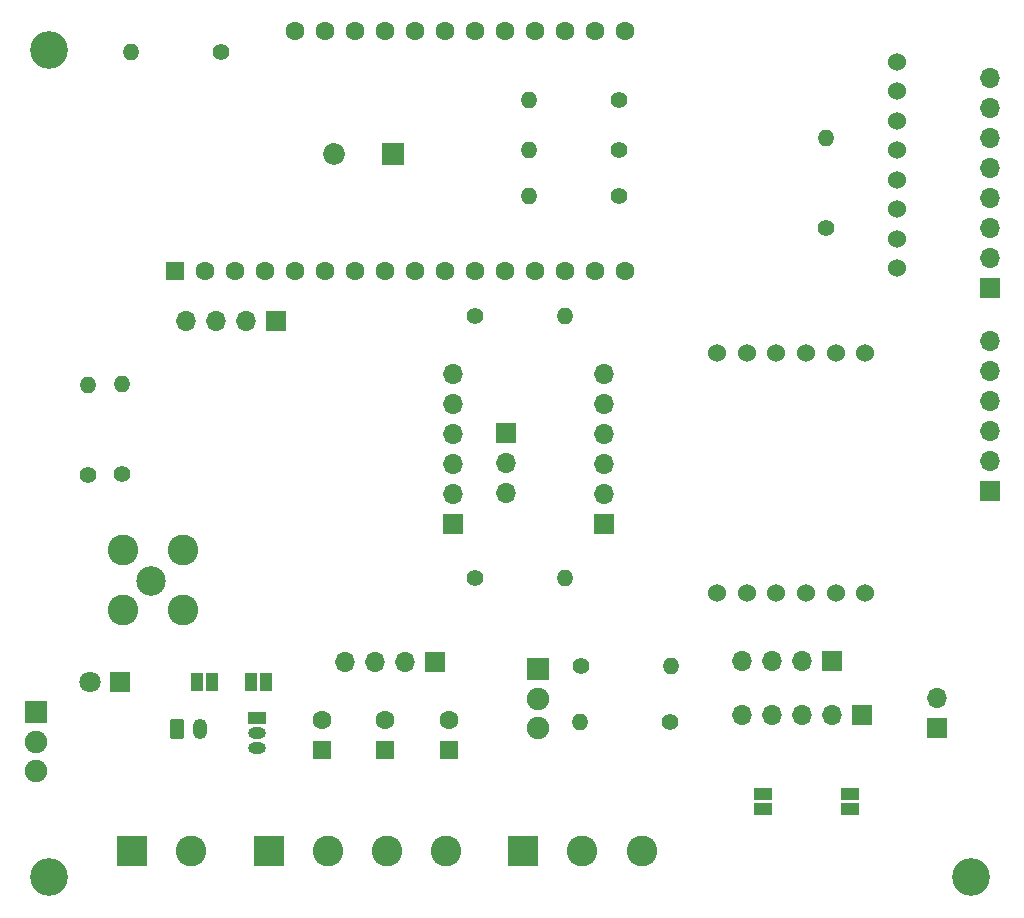
<source format=gbr>
%TF.GenerationSoftware,KiCad,Pcbnew,6.0.11-2627ca5db0~126~ubuntu22.04.1*%
%TF.CreationDate,2023-07-24T22:42:18-04:00*%
%TF.ProjectId,sweet-p,73776565-742d-4702-9e6b-696361645f70,rev?*%
%TF.SameCoordinates,Original*%
%TF.FileFunction,Soldermask,Bot*%
%TF.FilePolarity,Negative*%
%FSLAX46Y46*%
G04 Gerber Fmt 4.6, Leading zero omitted, Abs format (unit mm)*
G04 Created by KiCad (PCBNEW 6.0.11-2627ca5db0~126~ubuntu22.04.1) date 2023-07-24 22:42:18*
%MOMM*%
%LPD*%
G01*
G04 APERTURE LIST*
G04 Aperture macros list*
%AMRoundRect*
0 Rectangle with rounded corners*
0 $1 Rounding radius*
0 $2 $3 $4 $5 $6 $7 $8 $9 X,Y pos of 4 corners*
0 Add a 4 corners polygon primitive as box body*
4,1,4,$2,$3,$4,$5,$6,$7,$8,$9,$2,$3,0*
0 Add four circle primitives for the rounded corners*
1,1,$1+$1,$2,$3*
1,1,$1+$1,$4,$5*
1,1,$1+$1,$6,$7*
1,1,$1+$1,$8,$9*
0 Add four rect primitives between the rounded corners*
20,1,$1+$1,$2,$3,$4,$5,0*
20,1,$1+$1,$4,$5,$6,$7,0*
20,1,$1+$1,$6,$7,$8,$9,0*
20,1,$1+$1,$8,$9,$2,$3,0*%
G04 Aperture macros list end*
%ADD10R,1.700000X1.700000*%
%ADD11O,1.700000X1.700000*%
%ADD12R,2.600000X2.600000*%
%ADD13C,2.600000*%
%ADD14RoundRect,0.250000X-0.350000X-0.625000X0.350000X-0.625000X0.350000X0.625000X-0.350000X0.625000X0*%
%ADD15O,1.200000X1.750000*%
%ADD16R,1.500000X1.000000*%
%ADD17R,1.000000X1.500000*%
%ADD18C,3.200000*%
%ADD19R,1.900000X1.900000*%
%ADD20C,1.900000*%
%ADD21C,1.400000*%
%ADD22O,1.400000X1.400000*%
%ADD23C,1.800000*%
%ADD24R,1.800000X1.800000*%
%ADD25C,1.524000*%
%ADD26O,1.500000X1.000000*%
%ADD27C,2.500000*%
%ADD28R,1.600000X1.600000*%
%ADD29C,1.600000*%
%ADD30R,1.850000X1.850000*%
%ADD31C,1.850000*%
G04 APERTURE END LIST*
D10*
%TO.C,J3*%
X95350000Y-76200000D03*
D11*
X92810000Y-76200000D03*
X90270000Y-76200000D03*
X87730000Y-76200000D03*
%TD*%
D12*
%TO.C,J5*%
X69225000Y-92225000D03*
D13*
X74225000Y-92225000D03*
X79225000Y-92225000D03*
%TD*%
D11*
%TO.C,J4*%
X54105000Y-76225000D03*
X56645000Y-76225000D03*
X59185000Y-76225000D03*
D10*
X61725000Y-76225000D03*
%TD*%
D14*
%TO.C,J1*%
X39875000Y-81900000D03*
D15*
X41875000Y-81900000D03*
%TD*%
D12*
%TO.C,J2*%
X36075000Y-92225000D03*
D13*
X41075000Y-92225000D03*
%TD*%
D10*
%TO.C,J6*%
X108725000Y-44550000D03*
D11*
X108725000Y-42010000D03*
X108725000Y-39470000D03*
X108725000Y-36930000D03*
X108725000Y-34390000D03*
X108725000Y-31850000D03*
X108725000Y-29310000D03*
X108725000Y-26770000D03*
%TD*%
D10*
%TO.C,J7*%
X67737500Y-56900000D03*
D11*
X67737500Y-59440000D03*
X67737500Y-61980000D03*
%TD*%
D10*
%TO.C,J8*%
X108725000Y-61750000D03*
D11*
X108725000Y-59210000D03*
X108725000Y-56670000D03*
X108725000Y-54130000D03*
X108725000Y-51590000D03*
X108725000Y-49050000D03*
%TD*%
D12*
%TO.C,J9*%
X47650000Y-92225000D03*
D13*
X52650000Y-92225000D03*
X57650000Y-92225000D03*
X62650000Y-92225000D03*
%TD*%
D16*
%TO.C,JP2*%
X96850000Y-87425000D03*
X96850000Y-88725000D03*
%TD*%
D17*
%TO.C,JP5*%
X46150000Y-77975000D03*
X47450000Y-77975000D03*
%TD*%
D16*
%TO.C,JP1*%
X89550000Y-88700000D03*
X89550000Y-87400000D03*
%TD*%
D17*
%TO.C,JP4*%
X42875000Y-77975000D03*
X41575000Y-77975000D03*
%TD*%
D10*
%TO.C,JP3*%
X104225000Y-81850000D03*
D11*
X104225000Y-79310000D03*
%TD*%
D18*
%TO.C,H2*%
X29100000Y-94475000D03*
%TD*%
D19*
%TO.C,S2*%
X27925000Y-80500000D03*
D20*
X27925000Y-83000000D03*
X27925000Y-85500000D03*
%TD*%
D21*
%TO.C,R15*%
X65150000Y-46950000D03*
D22*
X72770000Y-46950000D03*
%TD*%
D11*
%TO.C,U1*%
X87740000Y-80700000D03*
X90280000Y-80700000D03*
X92820000Y-80700000D03*
X95360000Y-80700000D03*
D10*
X97900000Y-80700000D03*
%TD*%
D22*
%TO.C,R19*%
X32375000Y-52780000D03*
D21*
X32375000Y-60400000D03*
%TD*%
D23*
%TO.C,D1*%
X32560000Y-77950000D03*
D24*
X35100000Y-77950000D03*
%TD*%
D25*
%TO.C,U6*%
X85650000Y-50112500D03*
X88150000Y-50112500D03*
X90650000Y-50112500D03*
X93150000Y-50112500D03*
X95650000Y-50112500D03*
X98150000Y-50112500D03*
X98150000Y-70432500D03*
X95650000Y-70432500D03*
X93150000Y-70432500D03*
X90650000Y-70432500D03*
X88150000Y-70432500D03*
X85650000Y-70432500D03*
%TD*%
D21*
%TO.C,R4*%
X81605000Y-81300000D03*
D22*
X73985000Y-81300000D03*
%TD*%
D26*
%TO.C,U2*%
X46675000Y-83515000D03*
X46675000Y-82245000D03*
D16*
X46675000Y-80975000D03*
%TD*%
D21*
%TO.C,R2*%
X74100000Y-76625000D03*
D22*
X81720000Y-76625000D03*
%TD*%
%TO.C,R17*%
X35225000Y-52745000D03*
D21*
X35225000Y-60365000D03*
%TD*%
%TO.C,R5*%
X77295000Y-28650000D03*
D22*
X69675000Y-28650000D03*
%TD*%
D18*
%TO.C,H1*%
X107100000Y-94475000D03*
%TD*%
D13*
%TO.C,AE1*%
X40365000Y-71890000D03*
X40365000Y-66810000D03*
X35285000Y-71890000D03*
X35285000Y-66810000D03*
D27*
X37725000Y-69425000D03*
%TD*%
D18*
%TO.C,H3*%
X29100000Y-24475000D03*
%TD*%
D25*
%TO.C,U7*%
X100885000Y-42925000D03*
X100885000Y-40425000D03*
X100885000Y-37925000D03*
X100885000Y-35425000D03*
X100885000Y-32925000D03*
X100885000Y-30425000D03*
X100885000Y-27925000D03*
X100885000Y-25425000D03*
%TD*%
D28*
%TO.C,C3*%
X52146666Y-83678856D03*
D29*
X52146666Y-81178856D03*
%TD*%
D30*
%TO.C,BZ1*%
X58175000Y-33225000D03*
D31*
X53175000Y-33225000D03*
%TD*%
D21*
%TO.C,R13*%
X65102500Y-69125000D03*
D22*
X72722500Y-69125000D03*
%TD*%
D11*
%TO.C,U3*%
X63272500Y-51880000D03*
X63272500Y-54420000D03*
X63272500Y-56960000D03*
X63272500Y-59500000D03*
X63272500Y-62040000D03*
D10*
X63272500Y-64580000D03*
D11*
X76012500Y-51897500D03*
X76012500Y-54437500D03*
X76012500Y-56977500D03*
X76012500Y-59517500D03*
X76012500Y-62057500D03*
D10*
X76012500Y-64597500D03*
%TD*%
D21*
%TO.C,R7*%
X43660000Y-24625000D03*
D22*
X36040000Y-24625000D03*
%TD*%
D21*
%TO.C,R12*%
X77350000Y-36825000D03*
D22*
X69730000Y-36825000D03*
%TD*%
D21*
%TO.C,R22*%
X94875000Y-39535000D03*
D22*
X94875000Y-31915000D03*
%TD*%
D28*
%TO.C,C2*%
X57535833Y-83678856D03*
D29*
X57535833Y-81178856D03*
%TD*%
D21*
%TO.C,R9*%
X77360000Y-32875000D03*
D22*
X69740000Y-32875000D03*
%TD*%
D19*
%TO.C,S1*%
X70450000Y-76870000D03*
D20*
X70450000Y-79370000D03*
X70450000Y-81870000D03*
%TD*%
D10*
%TO.C,U4*%
X48275000Y-47375000D03*
D11*
X45735000Y-47375000D03*
X43195000Y-47375000D03*
X40655000Y-47375000D03*
%TD*%
D28*
%TO.C,C1*%
X62925000Y-83678856D03*
D29*
X62925000Y-81178856D03*
%TD*%
%TO.C,A1*%
X49910000Y-22807500D03*
X52450000Y-22807500D03*
X54990000Y-22807500D03*
X57530000Y-22807500D03*
X60070000Y-22807500D03*
X62610000Y-22807500D03*
X65150000Y-22807500D03*
X67690000Y-22807500D03*
X70230000Y-22807500D03*
X72770000Y-22807500D03*
X75310000Y-22807500D03*
X77850000Y-22807500D03*
X77850000Y-43127500D03*
X75310000Y-43127500D03*
X72770000Y-43127500D03*
X70230000Y-43127500D03*
X67690000Y-43127500D03*
X65150000Y-43127500D03*
X62610000Y-43127500D03*
X60070000Y-43127500D03*
X57530000Y-43127500D03*
X54990000Y-43127500D03*
X52450000Y-43127500D03*
X49910000Y-43127500D03*
X47370000Y-43127500D03*
X44830000Y-43127500D03*
X42290000Y-43127500D03*
D28*
X39750000Y-43127500D03*
%TD*%
M02*

</source>
